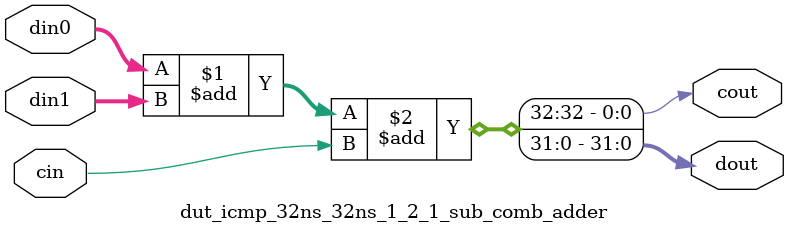
<source format=v>
`timescale 1 ns / 1 ps

module dut_icmp_32ns_32ns_1_2_1_sub(clk, reset, ce, din0, din1, dout);
parameter ID         = 1;              // core ID, unused in RTL
parameter NUM_STAGE  = 2;
parameter din0_WIDTH = 33;   // data bitwidth
parameter din1_WIDTH = 33;   // 
parameter dout_WIDTH = 33;   // output bitwidth

// ---- input/output ports list here ----
input   clk;
input   reset;
input   ce;
input  [din0_WIDTH - 1 : 0] din0;
input  [din1_WIDTH - 1 : 0] din1;

output [dout_WIDTH - 1 : 0] dout;
//   

// wire for the primary inputs
wire [33 - 1 : 0] ain_s0 = din0;
wire [33 - 1 : 0] bin_s0 = ~din1;

// This AddSub module have totally 2 stages. For each stage the adder's width are:
// [16,17]
//  
//   

// Stage 1 logic
wire [16 - 1 : 0]    fas_s1;
wire                 facout_s1;
// 
reg  [17 - 1 : 0]    ain_s1;
reg  [17 - 1 : 0]    bin_s1;
reg  [16 - 1 : 0]    sum_s1;
reg                  carry_s1;
// 
//  
//  
// 
dut_icmp_32ns_32ns_1_2_1_sub_comb_adder #(
    .N    ( 16 )
) u1 (
    .din0    ( ain_s0[16 - 1 : 0] ),
    .din1    ( bin_s0[16 - 1 : 0] ),
    .cin  ( 1'b1 ),
    .dout    ( fas_s1 ),
    .cout ( facout_s1 )
);

// 
always @ (posedge clk) begin
    if (ce) begin
        sum_s1   <= fas_s1;
        carry_s1 <= facout_s1;
    end
end

always @ (posedge clk) begin
    if (ce) begin
        ain_s1 <= ain_s0[33 - 1 : 16];
    end
end

always @ (posedge clk) begin
    if (ce) begin
        bin_s1 <= bin_s0[33 - 1 : 16];
    end
end
//  
//   

// Stage 2 logic
wire [17 - 1 : 0]    fas_s2;
wire                 facout_s2;
// 
// 
dut_icmp_32ns_32ns_1_2_1_sub_comb_adder #(
    .N    ( 17 )
) u2 (
    .din0    ( ain_s1[17 - 1 : 0] ),
    .din1    ( bin_s1[17 - 1 : 0] ),
    .cin  ( carry_s1 ),
    .dout    ( fas_s2 ),
    .cout ( facout_s2 )
);

// 
assign dout = {fas_s2, sum_s1 };
//  
// 
endmodule

// small adder
module dut_icmp_32ns_32ns_1_2_1_sub_comb_adder 
#(parameter
    N = 32
)(
    input  [N-1 : 0]    din0,
    input  [N-1 : 0]    din1,
    input  wire         cin,
    output [N-1 : 0]    dout,
    output wire         cout
);
assign {cout, dout} = din0 + din1 + cin;
endmodule
// 

</source>
